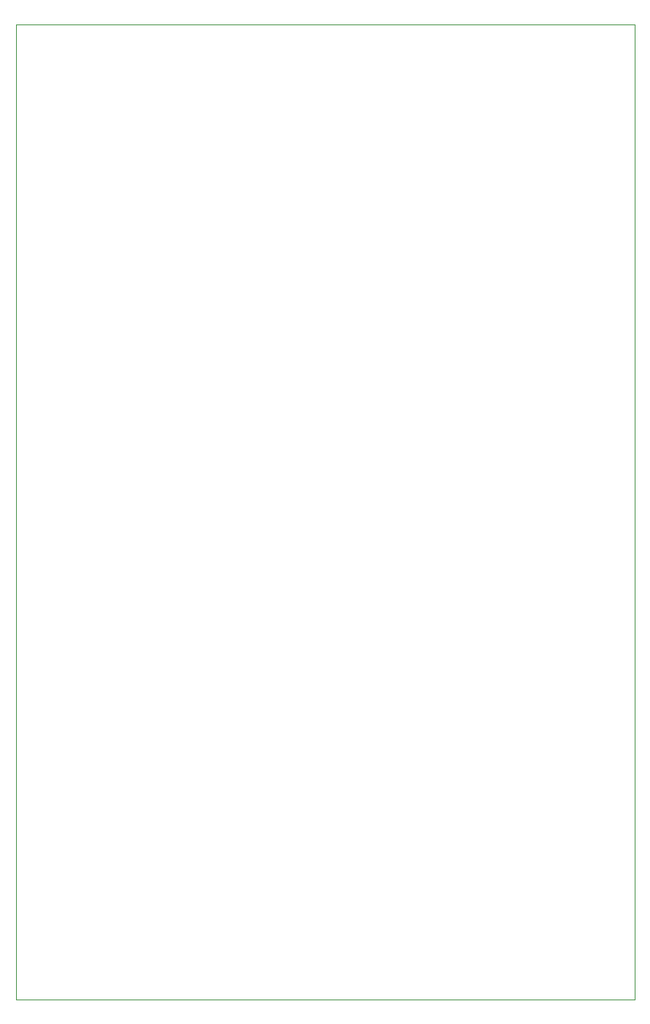
<source format=gbr>
G04 #@! TF.GenerationSoftware,KiCad,Pcbnew,(5.1.6)-1*
G04 #@! TF.CreationDate,2021-06-26T23:55:22+02:00*
G04 #@! TF.ProjectId,GridsNanoV3,47726964-734e-4616-9e6f-56332e6b6963,rev?*
G04 #@! TF.SameCoordinates,Original*
G04 #@! TF.FileFunction,Profile,NP*
%FSLAX46Y46*%
G04 Gerber Fmt 4.6, Leading zero omitted, Abs format (unit mm)*
G04 Created by KiCad (PCBNEW (5.1.6)-1) date 2021-06-26 23:55:22*
%MOMM*%
%LPD*%
G01*
G04 APERTURE LIST*
G04 #@! TA.AperFunction,Profile*
%ADD10C,0.050000*%
G04 #@! TD*
G04 APERTURE END LIST*
D10*
X197670000Y-125730000D02*
X266200000Y-125730000D01*
X197670000Y-125730000D02*
X197670000Y-17780000D01*
X266200000Y-125730000D02*
X266200000Y-17780000D01*
X197670000Y-17780000D02*
X266200000Y-17780000D01*
M02*

</source>
